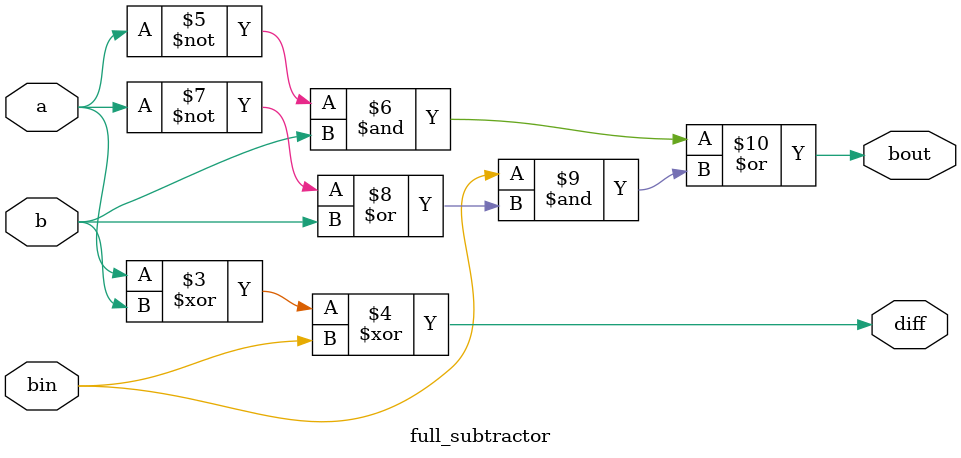
<source format=v>
`timescale 1ns / 1ps

module four_bit_subtractor_tb;

    // Inputs
    reg a3, a2, a1, a0;
    reg b3, b2, b1, b0;
    reg bin;

    // Outputs
    wire diff3, diff2, diff1, diff0;
    wire bout;

    // Instantiate the Unit Under Test (UUT)
    four_bit_subtractor uut (
        .a3(a3), .a2(a2), .a1(a1), .a0(a0),
        .b3(b3), .b2(b2), .b1(b1), .b0(b0),
        .bin(bin),
        .diff3(diff3), .diff2(diff2), .diff1(diff1), .diff0(diff0),
        .bout(bout)
    );

    integer i, j;
    reg [4:0] expected_diff;

    initial begin
        // Initialize Inputs
        {a3, a2, a1, a0} = 4'b0000;
        {b3, b2, b1, b0} = 4'b0000;
        bin = 0;

        // Wait 100 ns for global reset to finish
        #100;

        // Add stimulus here
        for (i = 0; i < 16; i = i + 1) begin
            for (j = 0; j < 16; j = j + 1) begin
                {a3, a2, a1, a0} = i[3:0];
                {b3, b2, b1, b0} = j[3:0];
                bin = 0;
                #10; // Wait for 10 ns
                
                expected_diff = ({1'b0, a3, a2, a1, a0} - {1'b0, b3, b2, b1, b0} - bin);
                if ({bout, diff3, diff2, diff1, diff0} !== expected_diff[4:0]) begin
                    $display("Error: a=%b, b=%b, bin=%b, diff=%b, bout=%b (expected diff=%b)", 
                             {a3, a2, a1, a0}, {b3, b2, b1, b0}, bin, 
                             {diff3, diff2, diff1, diff0}, bout, expected_diff[3:0]);
                end else begin
                    $display("Correct: a=%b, b=%b, bin=%b, diff=%b, bout=%b", 
                             {a3, a2, a1, a0}, {b3, b2, b1, b0}, bin, 
                             {diff3, diff2, diff1, diff0}, bout);
                end

                // Test with borrow in
                bin = 1;
                #10; // Wait for 10 ns
                
                expected_diff = ({1'b0, a3, a2, a1, a0} - {1'b0, b3, b2, b1, b0} - bin);
                if ({bout, diff3, diff2, diff1, diff0} !== expected_diff[4:0]) begin
                    $display("Error: a=%b, b=%b, bin=%b, diff=%b, bout=%b (expected diff=%b)", 
                             {a3, a2, a1, a0}, {b3, b2, b1, b0}, bin, 
                             {diff3, diff2, diff1, diff0}, bout, expected_diff[3:0]);
                end else begin
                    $display("Correct: a=%b, b=%b, bin=%b, diff=%b, bout=%b", 
                             {a3, a2, a1, a0}, {b3, b2, b1, b0}, bin, 
                             {diff3, diff2, diff1, diff0}, bout);
                end
            end
        end
        
        $finish;
    end
      
endmodule


module four_bit_subtractor(
    input a3, a2, a1, a0,
    input b3, b2, b1, b0,
    input bin,
    output diff3, diff2, diff1, diff0,
    output bout
);

    wire [3:0] B_complement;
    wire borrow1, borrow2, borrow3;
    wire end_around_carry;

    // Calculate 1's complement of B
    assign B_complement = {b3, b2, b1, b0} ^ 4'b1111;  // Bitwise negation

    // Perform subtraction using 1's complement approach
    full_subtractor fs0(
        .a(a0),
        .b(B_complement[0]),
        .bin(bin),
        .diff(diff0),
        .bout(borrow1)
    );

    full_subtractor fs1(
        .a(a1),
        .b(B_complement[1]),
        .bin(borrow1),
        .diff(diff1),
        .bout(borrow2)
    );

    full_subtractor fs2(
        .a(a2),
        .b(B_complement[2]),
        .bin(borrow2),
        .diff(diff2),
        .bout(borrow3)
    );

    full_subtractor fs3(
        .a(a3),
        .b(B_complement[3]),
        .bin(borrow3),
        .diff(diff3),
        .bout(bout)
    );

    // End-around carry adjustment
    assign end_around_carry = bout;
    assign {diff3, diff2, diff1, diff0} = {diff3, diff2, diff1, diff0} + end_around_carry;

endmodule

// Full Subtractor module
module full_subtractor(
    input a,
    input b,
    input bin,
    output diff,
    output bout
);

    assign diff = a ^ b ^ bin;
    assign bout = (~a & b) | (bin & (~a | b));

endmodule
</source>
